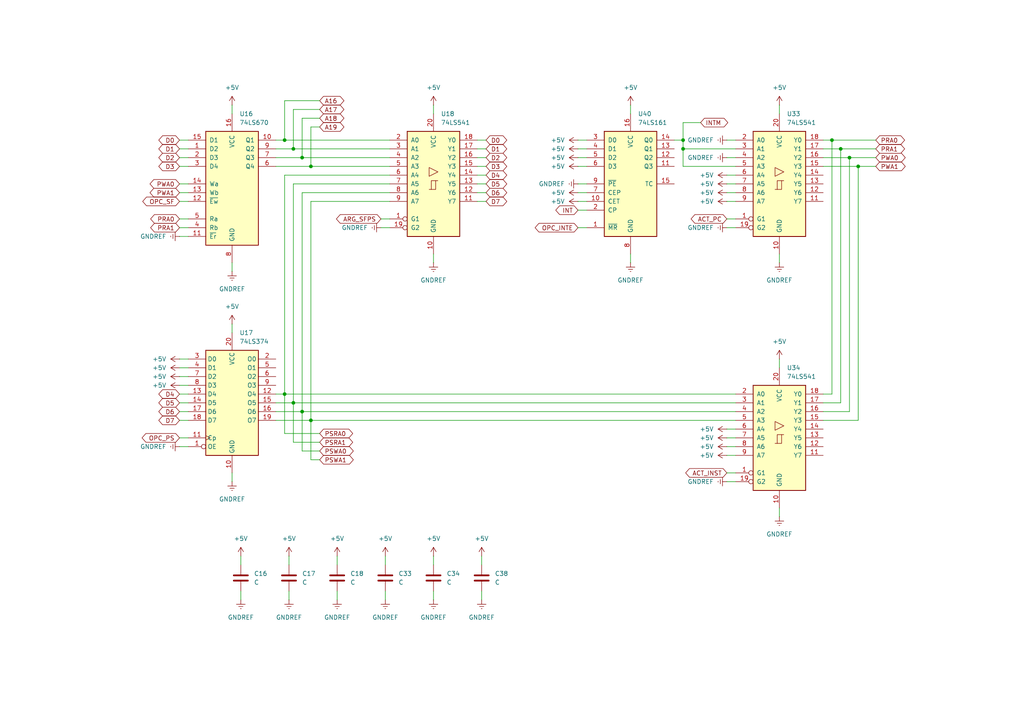
<source format=kicad_sch>
(kicad_sch (version 20250114) (generator "eeschema") (generator_version "9.0")
  (paper "A4")
  (title_block (title "Osnova8 CPU") (date "2026-01-11") (rev "2"))
  (lib_symbols
    (symbol "74xx:74LS161" (pin_names (offset 1.016))
      (property "Reference" "U" (at -7.62 16.51 0))
      (property "Value" "74LS161" (at -7.62 -16.51 0))
      (symbol "74LS161_1_0"
        (pin input line (at -12.7 12.7 0) (length 5.08) (name "D0") (number "3"))
        (pin input line (at -12.7 10.16 0) (length 5.08) (name "D1") (number "4"))
        (pin input line (at -12.7 7.62 0) (length 5.08) (name "D2") (number "5"))
        (pin input line (at -12.7 5.08 0) (length 5.08) (name "D3") (number "6"))
        (pin input line (at -12.7 0 0) (length 5.08) (name "~{PE}") (number "9"))
        (pin input line (at -12.7 -2.54 0) (length 5.08) (name "CEP") (number "7"))
        (pin input line (at -12.7 -5.08 0) (length 5.08) (name "CET") (number "10"))
        (pin input line (at -12.7 -7.62 0) (length 5.08) (name "CP") (number "2"))
        (pin input line (at -12.7 -12.7 0) (length 5.08) (name "~{MR}") (number "1"))
        (pin power_in line (at 0 20.32 270) (length 5.08) (name "VCC") (number "16"))
        (pin power_in line (at 0 -20.32 90) (length 5.08) (name "GND") (number "8"))
        (pin output line (at 12.7 12.7 180) (length 5.08) (name "Q0") (number "14"))
        (pin output line (at 12.7 10.16 180) (length 5.08) (name "Q1") (number "13"))
        (pin output line (at 12.7 7.62 180) (length 5.08) (name "Q2") (number "12"))
        (pin output line (at 12.7 5.08 180) (length 5.08) (name "Q3") (number "11"))
        (pin output line (at 12.7 0 180) (length 5.08) (name "TC") (number "15"))
      )
      (symbol "74LS161_1_1"
        (rectangle (start -7.62 15.24) (end 7.62 -15.24) (stroke (width 0.254)) (fill (type background)))
      )
    )
    (symbol "74xx:74LS374"
      (property "Reference" "U" (at -7.62 16.51 0))
      (property "Value" "74LS374" (at -7.62 -16.51 0))
      (symbol "74LS374_1_0"
        (pin input line (at -12.7 12.7 0) (length 5.08) (name "D0") (number "3"))
        (pin input line (at -12.7 10.16 0) (length 5.08) (name "D1") (number "4"))
        (pin input line (at -12.7 7.62 0) (length 5.08) (name "D2") (number "7"))
        (pin input line (at -12.7 5.08 0) (length 5.08) (name "D3") (number "8"))
        (pin input line (at -12.7 2.54 0) (length 5.08) (name "D4") (number "13"))
        (pin input line (at -12.7 0 0) (length 5.08) (name "D5") (number "14"))
        (pin input line (at -12.7 -2.54 0) (length 5.08) (name "D6") (number "17"))
        (pin input line (at -12.7 -5.08 0) (length 5.08) (name "D7") (number "18"))
        (pin input clock (at -12.7 -10.16 0) (length 5.08) (name "Cp") (number "11"))
        (pin input inverted (at -12.7 -12.7 0) (length 5.08) (name "OE") (number "1"))
        (pin power_in line (at 0 20.32 270) (length 5.08) (name "VCC") (number "20"))
        (pin power_in line (at 0 -20.32 90) (length 5.08) (name "GND") (number "10"))
        (pin tri_state line (at 12.7 12.7 180) (length 5.08) (name "O0") (number "2"))
        (pin tri_state line (at 12.7 10.16 180) (length 5.08) (name "O1") (number "5"))
        (pin tri_state line (at 12.7 7.62 180) (length 5.08) (name "O2") (number "6"))
        (pin tri_state line (at 12.7 5.08 180) (length 5.08) (name "O3") (number "9"))
        (pin tri_state line (at 12.7 2.54 180) (length 5.08) (name "O4") (number "12"))
        (pin tri_state line (at 12.7 0 180) (length 5.08) (name "O5") (number "15"))
        (pin tri_state line (at 12.7 -2.54 180) (length 5.08) (name "O6") (number "16"))
        (pin tri_state line (at 12.7 -5.08 180) (length 5.08) (name "O7") (number "19"))
      )
      (symbol "74LS374_1_1"
        (rectangle (start -7.62 15.24) (end 7.62 -15.24) (stroke (width 0.254)) (fill (type background)))
      )
    )
    (symbol "74xx:74LS541" (pin_names (offset 1.016))
      (property "Reference" "U" (at -7.62 16.51 0))
      (property "Value" "74LS541" (at -7.62 -16.51 0))
      (symbol "74LS541_1_0"
        (polyline (pts (xy -1.27 -1.6002) (xy 0.635 -1.6002) (xy 0.635 0.9398) (xy 1.27 0.9398)))
        (polyline (pts (xy -0.635 -1.6002) (xy -0.635 0.9398) (xy 0.635 0.9398)))
        (polyline (pts (xy 1.27 3.4798) (xy -1.27 4.7498) (xy -1.27 2.2098) (xy 1.27 3.4798)) (stroke (width 0.1524)))
        (pin input line (at -12.7 12.7 0) (length 5.08) (name "A0") (number "2"))
        (pin input line (at -12.7 10.16 0) (length 5.08) (name "A1") (number "3"))
        (pin input line (at -12.7 7.62 0) (length 5.08) (name "A2") (number "4"))
        (pin input line (at -12.7 5.08 0) (length 5.08) (name "A3") (number "5"))
        (pin input line (at -12.7 2.54 0) (length 5.08) (name "A4") (number "6"))
        (pin input line (at -12.7 0 0) (length 5.08) (name "A5") (number "7"))
        (pin input line (at -12.7 -2.54 0) (length 5.08) (name "A6") (number "8"))
        (pin input line (at -12.7 -5.08 0) (length 5.08) (name "A7") (number "9"))
        (pin input inverted (at -12.7 -10.16 0) (length 5.08) (name "G1") (number "1"))
        (pin input inverted (at -12.7 -12.7 0) (length 5.08) (name "G2") (number "19"))
        (pin power_in line (at 0 20.32 270) (length 5.08) (name "VCC") (number "20"))
        (pin power_in line (at 0 -20.32 90) (length 5.08) (name "GND") (number "10"))
        (pin tri_state line (at 12.7 12.7 180) (length 5.08) (name "Y0") (number "18"))
        (pin tri_state line (at 12.7 10.16 180) (length 5.08) (name "Y1") (number "17"))
        (pin tri_state line (at 12.7 7.62 180) (length 5.08) (name "Y2") (number "16"))
        (pin tri_state line (at 12.7 5.08 180) (length 5.08) (name "Y3") (number "15"))
        (pin tri_state line (at 12.7 2.54 180) (length 5.08) (name "Y4") (number "14"))
        (pin tri_state line (at 12.7 0 180) (length 5.08) (name "Y5") (number "13"))
        (pin tri_state line (at 12.7 -2.54 180) (length 5.08) (name "Y6") (number "12"))
        (pin tri_state line (at 12.7 -5.08 180) (length 5.08) (name "Y7") (number "11"))
      )
      (symbol "74LS541_1_1"
        (rectangle (start -7.62 15.24) (end 7.62 -15.24) (stroke (width 0.254)) (fill (type background)))
      )
    )
    (symbol "74xx:74LS670" (pin_names (offset 1.016))
      (property "Reference" "U" (at -7.62 16.51 0))
      (property "Value" "74LS670" (at -7.62 -19.05 0))
      (symbol "74LS670_1_0"
        (pin input line (at -12.7 12.7 0) (length 5.08) (name "D1") (number "15"))
        (pin input line (at -12.7 10.16 0) (length 5.08) (name "D2") (number "1"))
        (pin input line (at -12.7 7.62 0) (length 5.08) (name "D3") (number "2"))
        (pin input line (at -12.7 5.08 0) (length 5.08) (name "D4") (number "3"))
        (pin input line (at -12.7 0 0) (length 5.08) (name "Wa") (number "14"))
        (pin input line (at -12.7 -2.54 0) (length 5.08) (name "Wb") (number "13"))
        (pin input line (at -12.7 -5.08 0) (length 5.08) (name "~{Ew}") (number "12"))
        (pin input line (at -12.7 -10.16 0) (length 5.08) (name "Ra") (number "5"))
        (pin input line (at -12.7 -12.7 0) (length 5.08) (name "Rb") (number "4"))
        (pin input line (at -12.7 -15.24 0) (length 5.08) (name "~{Er}") (number "11"))
        (pin power_in line (at 0 20.32 270) (length 5.08) (name "VCC") (number "16"))
        (pin power_in line (at 0 -22.86 90) (length 5.08) (name "GND") (number "8"))
        (pin tri_state line (at 12.7 12.7 180) (length 5.08) (name "Q1") (number "10"))
        (pin tri_state line (at 12.7 10.16 180) (length 5.08) (name "Q2") (number "9"))
        (pin tri_state line (at 12.7 7.62 180) (length 5.08) (name "Q3") (number "7"))
        (pin tri_state line (at 12.7 5.08 180) (length 5.08) (name "Q4") (number "6"))
      )
      (symbol "74LS670_1_1"
        (rectangle (start -7.62 15.24) (end 7.62 -17.78) (stroke (width 0.254)) (fill (type background)))
      )
    )
    (symbol "Device:C" (pin_numbers (hide yes)) (pin_names (offset 0.254))
      (property "Reference" "C" (at 0.635 2.54 0))
      (property "Value" "C" (at 0.635 -2.54 0))
      (symbol "C_0_1"
        (polyline (pts (xy -2.032 0.762) (xy 2.032 0.762)) (stroke (width 0.508)))
        (polyline (pts (xy -2.032 -0.762) (xy 2.032 -0.762)) (stroke (width 0.508)))
      )
      (symbol "C_1_1"
        (pin passive line (at 0 3.81 270) (length 2.794) (name "~") (number "1"))
        (pin passive line (at 0 -3.81 90) (length 2.794) (name "~") (number "2"))
      )
    )
    (symbol "power:+5V" (power) (pin_numbers (hide yes)) (pin_names (offset 0) (hide yes))
      (property "Value" "+5V" (at 0 3.556 0))
      (symbol "+5V_0_1"
        (polyline (pts (xy -0.762 1.27) (xy 0 2.54)))
        (polyline (pts (xy 0 2.54) (xy 0.762 1.27)))
        (polyline (pts (xy 0 0) (xy 0 2.54)))
      )
      (symbol "+5V_1_1"
        (pin power_in line (at 0 0 90) (length 0) (name "~") (number "1"))
      )
    )
    (symbol "power:GNDREF" (power) (pin_numbers (hide yes)) (pin_names (offset 0) (hide yes))
      (property "Value" "GNDREF" (at 0 -3.81 0))
      (symbol "GNDREF_0_1"
        (polyline (pts (xy -0.635 -1.905) (xy 0.635 -1.905)))
        (polyline (pts (xy -0.127 -2.54) (xy 0.127 -2.54)))
        (polyline (pts (xy 0 -1.27) (xy 0 0)))
        (polyline (pts (xy 1.27 -1.27) (xy -1.27 -1.27)))
      )
      (symbol "GNDREF_1_1"
        (pin power_in line (at 0 0 270) (length 0) (name "~") (number "1"))
      )
    )
  )
  (junction (at 243.84 43.18))
  (junction (at 85.09 116.84))
  (junction (at 82.55 114.3))
  (junction (at 198.12 40.64))
  (junction (at 87.63 45.72))
  (junction (at 198.12 43.18))
  (junction (at 85.09 43.18))
  (junction (at 248.92 48.26))
  (junction (at 82.55 40.64))
  (junction (at 90.17 48.26))
  (junction (at 87.63 119.38))
  (junction (at 90.17 121.92))
  (junction (at 241.3 40.64))
  (junction (at 246.38 45.72))
  (wire (pts (xy 85.09 128.27) (xy 92.71 128.27)))
  (wire (pts (xy 195.58 40.64) (xy 198.12 40.64)))
  (wire (pts (xy 238.76 48.26) (xy 248.92 48.26)))
  (wire (pts (xy 97.79 161.29) (xy 97.79 163.83)))
  (wire (pts (xy 110.49 63.5) (xy 113.03 63.5)))
  (wire (pts (xy 92.71 36.83) (xy 90.17 36.83)))
  (wire (pts (xy 210.82 66.04) (xy 213.36 66.04)))
  (wire (pts (xy 52.07 129.54) (xy 54.61 129.54)))
  (wire (pts (xy 140.97 45.72) (xy 138.43 45.72)))
  (wire (pts (xy 87.63 119.38) (xy 213.36 119.38)))
  (wire (pts (xy 52.07 53.34) (xy 54.61 53.34)))
  (wire (pts (xy 111.76 161.29) (xy 111.76 163.83)))
  (wire (pts (xy 210.82 137.16) (xy 213.36 137.16)))
  (wire (pts (xy 97.79 171.45) (xy 97.79 173.99)))
  (wire (pts (xy 82.55 29.21) (xy 82.55 40.64)))
  (wire (pts (xy 90.17 36.83) (xy 90.17 48.26)))
  (wire (pts (xy 85.09 116.84) (xy 80.01 116.84)))
  (wire (pts (xy 52.07 45.72) (xy 54.61 45.72)))
  (wire (pts (xy 167.64 66.04) (xy 170.18 66.04)))
  (wire (pts (xy 110.49 66.04) (xy 113.03 66.04)))
  (wire (pts (xy 113.03 53.34) (xy 85.09 53.34)))
  (wire (pts (xy 52.07 111.76) (xy 54.61 111.76)))
  (wire (pts (xy 182.88 30.48) (xy 182.88 33.02)))
  (wire (pts (xy 125.73 171.45) (xy 125.73 173.99)))
  (wire (pts (xy 52.07 63.5) (xy 54.61 63.5)))
  (wire (pts (xy 167.64 55.88) (xy 170.18 55.88)))
  (wire (pts (xy 85.09 116.84) (xy 213.36 116.84)))
  (wire (pts (xy 82.55 114.3) (xy 80.01 114.3)))
  (wire (pts (xy 140.97 48.26) (xy 138.43 48.26)))
  (wire (pts (xy 182.88 73.66) (xy 182.88 76.2)))
  (wire (pts (xy 248.92 48.26) (xy 254 48.26)))
  (wire (pts (xy 92.71 34.29) (xy 87.63 34.29)))
  (wire (pts (xy 113.03 58.42) (xy 90.17 58.42)))
  (wire (pts (xy 80.01 45.72) (xy 87.63 45.72)))
  (wire (pts (xy 87.63 119.38) (xy 80.01 119.38)))
  (wire (pts (xy 52.07 40.64) (xy 54.61 40.64)))
  (wire (pts (xy 82.55 125.73) (xy 92.71 125.73)))
  (wire (pts (xy 241.3 114.3) (xy 241.3 40.64)))
  (wire (pts (xy 87.63 34.29) (xy 87.63 45.72)))
  (wire (pts (xy 87.63 55.88) (xy 113.03 55.88)))
  (wire (pts (xy 198.12 43.18) (xy 198.12 48.26)))
  (wire (pts (xy 167.64 48.26) (xy 170.18 48.26)))
  (wire (pts (xy 85.09 128.27) (xy 85.09 116.84)))
  (wire (pts (xy 167.64 60.96) (xy 170.18 60.96)))
  (wire (pts (xy 90.17 133.35) (xy 90.17 121.92)))
  (wire (pts (xy 52.07 127) (xy 54.61 127)))
  (wire (pts (xy 210.82 63.5) (xy 213.36 63.5)))
  (wire (pts (xy 238.76 116.84) (xy 243.84 116.84)))
  (wire (pts (xy 238.76 43.18) (xy 243.84 43.18)))
  (wire (pts (xy 167.64 58.42) (xy 170.18 58.42)))
  (wire (pts (xy 87.63 130.81) (xy 87.63 119.38)))
  (wire (pts (xy 140.97 50.8) (xy 138.43 50.8)))
  (wire (pts (xy 125.73 161.29) (xy 125.73 163.83)))
  (wire (pts (xy 87.63 45.72) (xy 113.03 45.72)))
  (wire (pts (xy 140.97 58.42) (xy 138.43 58.42)))
  (wire (pts (xy 52.07 116.84) (xy 54.61 116.84)))
  (wire (pts (xy 83.82 171.45) (xy 83.82 173.99)))
  (wire (pts (xy 87.63 55.88) (xy 87.63 119.38)))
  (wire (pts (xy 246.38 45.72) (xy 254 45.72)))
  (wire (pts (xy 52.07 109.22) (xy 54.61 109.22)))
  (wire (pts (xy 90.17 48.26) (xy 113.03 48.26)))
  (wire (pts (xy 52.07 55.88) (xy 54.61 55.88)))
  (wire (pts (xy 226.06 104.14) (xy 226.06 106.68)))
  (wire (pts (xy 210.82 124.46) (xy 213.36 124.46)))
  (wire (pts (xy 82.55 125.73) (xy 82.55 114.3)))
  (wire (pts (xy 139.7 171.45) (xy 139.7 173.99)))
  (wire (pts (xy 210.82 50.8) (xy 213.36 50.8)))
  (wire (pts (xy 238.76 114.3) (xy 241.3 114.3)))
  (wire (pts (xy 198.12 48.26) (xy 213.36 48.26)))
  (wire (pts (xy 210.82 132.08) (xy 213.36 132.08)))
  (wire (pts (xy 67.31 30.48) (xy 67.31 33.02)))
  (wire (pts (xy 52.07 58.42) (xy 54.61 58.42)))
  (wire (pts (xy 238.76 119.38) (xy 246.38 119.38)))
  (wire (pts (xy 246.38 119.38) (xy 246.38 45.72)))
  (wire (pts (xy 67.31 93.98) (xy 67.31 96.52)))
  (wire (pts (xy 83.82 161.29) (xy 83.82 163.83)))
  (wire (pts (xy 92.71 31.75) (xy 85.09 31.75)))
  (wire (pts (xy 139.7 161.29) (xy 139.7 163.83)))
  (wire (pts (xy 85.09 53.34) (xy 85.09 116.84)))
  (wire (pts (xy 87.63 130.81) (xy 92.71 130.81)))
  (wire (pts (xy 167.64 45.72) (xy 170.18 45.72)))
  (wire (pts (xy 111.76 171.45) (xy 111.76 173.99)))
  (wire (pts (xy 238.76 45.72) (xy 246.38 45.72)))
  (wire (pts (xy 241.3 40.64) (xy 254 40.64)))
  (wire (pts (xy 210.82 45.72) (xy 213.36 45.72)))
  (wire (pts (xy 210.82 127) (xy 213.36 127)))
  (wire (pts (xy 140.97 55.88) (xy 138.43 55.88)))
  (wire (pts (xy 52.07 66.04) (xy 54.61 66.04)))
  (wire (pts (xy 82.55 40.64) (xy 113.03 40.64)))
  (wire (pts (xy 52.07 106.68) (xy 54.61 106.68)))
  (wire (pts (xy 80.01 48.26) (xy 90.17 48.26)))
  (wire (pts (xy 82.55 114.3) (xy 213.36 114.3)))
  (wire (pts (xy 82.55 50.8) (xy 82.55 114.3)))
  (wire (pts (xy 226.06 73.66) (xy 226.06 76.2)))
  (wire (pts (xy 80.01 43.18) (xy 85.09 43.18)))
  (wire (pts (xy 243.84 116.84) (xy 243.84 43.18)))
  (wire (pts (xy 85.09 43.18) (xy 113.03 43.18)))
  (wire (pts (xy 52.07 121.92) (xy 54.61 121.92)))
  (wire (pts (xy 90.17 133.35) (xy 92.71 133.35)))
  (wire (pts (xy 85.09 31.75) (xy 85.09 43.18)))
  (wire (pts (xy 198.12 35.56) (xy 198.12 40.64)))
  (wire (pts (xy 67.31 137.16) (xy 67.31 139.7)))
  (wire (pts (xy 92.71 29.21) (xy 82.55 29.21)))
  (wire (pts (xy 167.64 53.34) (xy 170.18 53.34)))
  (wire (pts (xy 140.97 43.18) (xy 138.43 43.18)))
  (wire (pts (xy 140.97 53.34) (xy 138.43 53.34)))
  (wire (pts (xy 226.06 30.48) (xy 226.06 33.02)))
  (wire (pts (xy 198.12 40.64) (xy 198.12 43.18)))
  (wire (pts (xy 226.06 147.32) (xy 226.06 149.86)))
  (wire (pts (xy 125.73 73.66) (xy 125.73 76.2)))
  (wire (pts (xy 52.07 43.18) (xy 54.61 43.18)))
  (wire (pts (xy 69.85 161.29) (xy 69.85 163.83)))
  (wire (pts (xy 210.82 58.42) (xy 213.36 58.42)))
  (wire (pts (xy 125.73 30.48) (xy 125.73 33.02)))
  (wire (pts (xy 82.55 50.8) (xy 113.03 50.8)))
  (wire (pts (xy 238.76 121.92) (xy 248.92 121.92)))
  (wire (pts (xy 52.07 114.3) (xy 54.61 114.3)))
  (wire (pts (xy 210.82 40.64) (xy 213.36 40.64)))
  (wire (pts (xy 203.2 35.56) (xy 198.12 35.56)))
  (wire (pts (xy 90.17 58.42) (xy 90.17 121.92)))
  (wire (pts (xy 69.85 171.45) (xy 69.85 173.99)))
  (wire (pts (xy 52.07 104.14) (xy 54.61 104.14)))
  (wire (pts (xy 243.84 43.18) (xy 254 43.18)))
  (wire (pts (xy 198.12 43.18) (xy 213.36 43.18)))
  (wire (pts (xy 52.07 48.26) (xy 54.61 48.26)))
  (wire (pts (xy 90.17 121.92) (xy 213.36 121.92)))
  (wire (pts (xy 140.97 40.64) (xy 138.43 40.64)))
  (wire (pts (xy 248.92 121.92) (xy 248.92 48.26)))
  (wire (pts (xy 210.82 129.54) (xy 213.36 129.54)))
  (wire (pts (xy 238.76 40.64) (xy 241.3 40.64)))
  (wire (pts (xy 52.07 68.58) (xy 54.61 68.58)))
  (wire (pts (xy 67.31 76.2) (xy 67.31 78.74)))
  (wire (pts (xy 80.01 121.92) (xy 90.17 121.92)))
  (wire (pts (xy 210.82 55.88) (xy 213.36 55.88)))
  (wire (pts (xy 210.82 53.34) (xy 213.36 53.34)))
  (wire (pts (xy 167.64 40.64) (xy 170.18 40.64)))
  (wire (pts (xy 210.82 139.7) (xy 213.36 139.7)))
  (wire (pts (xy 167.64 43.18) (xy 170.18 43.18)))
  (wire (pts (xy 52.07 119.38) (xy 54.61 119.38)))
  (wire (pts (xy 80.01 40.64) (xy 82.55 40.64)))
  (global_label "OPC_SF" (shape bidirectional) (at 52.07 58.42 180) (property "Intersheetrefs" "${INTERSHEET_REFS}" (effects (hide yes))))
  (global_label "ARG_SFPS" (shape bidirectional) (at 110.49 63.5 180) (property "Intersheetrefs" "${INTERSHEET_REFS}" (effects (hide yes))))
  (global_label "PWA1" (shape bidirectional) (at 254 48.26 0) (property "Intersheetrefs" "${INTERSHEET_REFS}" (effects (hide yes))))
  (global_label "OPC_PS" (shape bidirectional) (at 52.07 127 180) (property "Intersheetrefs" "${INTERSHEET_REFS}" (effects (hide yes))))
  (global_label "PWA0" (shape bidirectional) (at 52.07 53.34 180) (property "Intersheetrefs" "${INTERSHEET_REFS}" (effects (hide yes))))
  (global_label "PSRA0" (shape bidirectional) (at 92.71 125.73 0) (property "Intersheetrefs" "${INTERSHEET_REFS}" (effects (hide yes))))
  (global_label "D1" (shape bidirectional) (at 140.97 43.18 0) (property "Intersheetrefs" "${INTERSHEET_REFS}" (effects (hide yes))))
  (global_label "PSWA1" (shape bidirectional) (at 92.71 133.35 0) (property "Intersheetrefs" "${INTERSHEET_REFS}" (effects (hide yes))))
  (global_label "ACT_INST" (shape bidirectional) (at 210.82 137.16 180) (property "Intersheetrefs" "${INTERSHEET_REFS}" (effects (hide yes))))
  (global_label "D4" (shape bidirectional) (at 52.07 114.3 180) (property "Intersheetrefs" "${INTERSHEET_REFS}" (effects (hide yes))))
  (global_label "D3" (shape bidirectional) (at 52.07 48.26 180) (property "Intersheetrefs" "${INTERSHEET_REFS}" (effects (hide yes))))
  (global_label "A18" (shape bidirectional) (at 92.71 34.29 0) (property "Intersheetrefs" "${INTERSHEET_REFS}" (effects (hide yes))))
  (global_label "D5" (shape bidirectional) (at 140.97 53.34 0) (property "Intersheetrefs" "${INTERSHEET_REFS}" (effects (hide yes))))
  (global_label "ACT_PC" (shape bidirectional) (at 210.82 63.5 180) (property "Intersheetrefs" "${INTERSHEET_REFS}" (effects (hide yes))))
  (global_label "INT" (shape bidirectional) (at 167.64 60.96 180) (property "Intersheetrefs" "${INTERSHEET_REFS}" (effects (hide yes))))
  (global_label "D7" (shape bidirectional) (at 52.07 121.92 180) (property "Intersheetrefs" "${INTERSHEET_REFS}" (effects (hide yes))))
  (global_label "D2" (shape bidirectional) (at 52.07 45.72 180) (property "Intersheetrefs" "${INTERSHEET_REFS}" (effects (hide yes))))
  (global_label "PRA0" (shape bidirectional) (at 52.07 63.5 180) (property "Intersheetrefs" "${INTERSHEET_REFS}" (effects (hide yes))))
  (global_label "D3" (shape bidirectional) (at 140.97 48.26 0) (property "Intersheetrefs" "${INTERSHEET_REFS}" (effects (hide yes))))
  (global_label "PWA1" (shape bidirectional) (at 52.07 55.88 180) (property "Intersheetrefs" "${INTERSHEET_REFS}" (effects (hide yes))))
  (global_label "D4" (shape bidirectional) (at 140.97 50.8 0) (property "Intersheetrefs" "${INTERSHEET_REFS}" (effects (hide yes))))
  (global_label "D7" (shape bidirectional) (at 140.97 58.42 0) (property "Intersheetrefs" "${INTERSHEET_REFS}" (effects (hide yes))))
  (global_label "PRA0" (shape bidirectional) (at 254 40.64 0) (property "Intersheetrefs" "${INTERSHEET_REFS}" (effects (hide yes))))
  (global_label "D2" (shape bidirectional) (at 140.97 45.72 0) (property "Intersheetrefs" "${INTERSHEET_REFS}" (effects (hide yes))))
  (global_label "PRA1" (shape bidirectional) (at 52.07 66.04 180) (property "Intersheetrefs" "${INTERSHEET_REFS}" (effects (hide yes))))
  (global_label "PWA0" (shape bidirectional) (at 254 45.72 0) (property "Intersheetrefs" "${INTERSHEET_REFS}" (effects (hide yes))))
  (global_label "D0" (shape bidirectional) (at 140.97 40.64 0) (property "Intersheetrefs" "${INTERSHEET_REFS}" (effects (hide yes))))
  (global_label "INTM" (shape bidirectional) (at 203.2 35.56 0) (property "Intersheetrefs" "${INTERSHEET_REFS}" (effects (hide yes))))
  (global_label "D0" (shape bidirectional) (at 52.07 40.64 180) (property "Intersheetrefs" "${INTERSHEET_REFS}" (effects (hide yes))))
  (global_label "D1" (shape bidirectional) (at 52.07 43.18 180) (property "Intersheetrefs" "${INTERSHEET_REFS}" (effects (hide yes))))
  (global_label "PRA1" (shape bidirectional) (at 254 43.18 0) (property "Intersheetrefs" "${INTERSHEET_REFS}" (effects (hide yes))))
  (global_label "D5" (shape bidirectional) (at 52.07 116.84 180) (property "Intersheetrefs" "${INTERSHEET_REFS}" (effects (hide yes))))
  (global_label "A17" (shape bidirectional) (at 92.71 31.75 0) (property "Intersheetrefs" "${INTERSHEET_REFS}" (effects (hide yes))))
  (global_label "A19" (shape bidirectional) (at 92.71 36.83 0) (property "Intersheetrefs" "${INTERSHEET_REFS}" (effects (hide yes))))
  (global_label "PSRA1" (shape bidirectional) (at 92.71 128.27 0) (property "Intersheetrefs" "${INTERSHEET_REFS}" (effects (hide yes))))
  (global_label "PSWA0" (shape bidirectional) (at 92.71 130.81 0) (property "Intersheetrefs" "${INTERSHEET_REFS}" (effects (hide yes))))
  (global_label "D6" (shape bidirectional) (at 140.97 55.88 0) (property "Intersheetrefs" "${INTERSHEET_REFS}" (effects (hide yes))))
  (global_label "OPC_INTE" (shape bidirectional) (at 167.64 66.04 180) (property "Intersheetrefs" "${INTERSHEET_REFS}" (effects (hide yes))))
  (global_label "A16" (shape bidirectional) (at 92.71 29.21 0) (property "Intersheetrefs" "${INTERSHEET_REFS}" (effects (hide yes))))
  (global_label "D6" (shape bidirectional) (at 52.07 119.38 180) (property "Intersheetrefs" "${INTERSHEET_REFS}" (effects (hide yes))))
  (symbol (lib_id "power:GNDREF") (at 167.64 53.34 270) (unit 1)
    (property "Reference" "#PWR0221" (effects (hide yes)))
    (property "Value" "GNDREF" (at 163.83 53.3399 90) (effects (justify right)))
    (property "Description" "Power symbol creates a global label with name \"GNDREF\" , reference supply ground" (effects (hide yes)))
  )
  (symbol (lib_id "74xx:74LS374") (at 67.31 116.84 0) (unit 1)
    (property "Reference" "U17" (at 69.4533 96.52 0) (effects (justify left)))
    (property "Value" "74LS374" (at 69.4533 99.06 0) (effects (justify left)))
    (property "Datasheet" "http://www.ti.com/lit/gpn/sn74LS374" (effects (hide yes)))
    (property "Description" "8-bit Register, 3-state outputs" (effects (hide yes)))
  )
  (symbol (lib_id "power:+5V") (at 167.64 58.42 90) (unit 1)
    (property "Reference" "#PWR0219" (effects (hide yes)))
    (property "Value" "+5V" (at 163.83 58.4199 90) (effects (justify left)))
    (property "Description" "Power symbol creates a global label with name \"+5V\"" (effects (hide yes)))
  )
  (symbol (lib_id "Device:C") (at 97.79 167.64 0) (unit 1)
    (property "Reference" "C18" (at 101.6 166.3699 0) (effects (justify left)))
    (property "Value" "C" (at 101.6 168.9099 0) (effects (justify left)))
    (property "Description" "Unpolarized capacitor" (effects (hide yes)))
  )
  (symbol (lib_id "Device:C") (at 69.85 167.64 0) (unit 1)
    (property "Reference" "C16" (at 73.66 166.3699 0) (effects (justify left)))
    (property "Value" "C" (at 73.66 168.9099 0) (effects (justify left)))
    (property "Description" "Unpolarized capacitor" (effects (hide yes)))
  )
  (symbol (lib_id "power:+5V") (at 52.07 111.76 90) (unit 1)
    (property "Reference" "#PWR081" (effects (hide yes)))
    (property "Value" "+5V" (at 48.26 111.7599 90) (effects (justify left)))
    (property "Description" "Power symbol creates a global label with name \"+5V\"" (effects (hide yes)))
  )
  (symbol (lib_id "power:+5V") (at 97.79 161.29 0) (unit 1)
    (property "Reference" "#PWR095" (effects (hide yes)))
    (property "Value" "+5V" (at 97.79 156.21 0))
    (property "Description" "Power symbol creates a global label with name \"+5V\"" (effects (hide yes)))
  )
  (symbol (lib_id "power:+5V") (at 167.64 45.72 90) (unit 1)
    (property "Reference" "#PWR0223" (effects (hide yes)))
    (property "Value" "+5V" (at 163.83 45.7199 90) (effects (justify left)))
    (property "Description" "Power symbol creates a global label with name \"+5V\"" (effects (hide yes)))
  )
  (symbol (lib_id "power:+5V") (at 139.7 161.29 0) (unit 1)
    (property "Reference" "#PWR0226" (effects (hide yes)))
    (property "Value" "+5V" (at 139.7 156.21 0))
    (property "Description" "Power symbol creates a global label with name \"+5V\"" (effects (hide yes)))
  )
  (symbol (lib_id "power:+5V") (at 210.82 129.54 90) (unit 1)
    (property "Reference" "#PWR0181" (effects (hide yes)))
    (property "Value" "+5V" (at 207.01 129.5399 90) (effects (justify left)))
    (property "Description" "Power symbol creates a global label with name \"+5V\"" (effects (hide yes)))
  )
  (symbol (lib_id "power:GNDREF") (at 125.73 173.99 0) (unit 1)
    (property "Reference" "#PWR0192" (effects (hide yes)))
    (property "Value" "GNDREF" (at 125.73 179.07 0))
    (property "Description" "Power symbol creates a global label with name \"GNDREF\" , reference supply ground" (effects (hide yes)))
  )
  (symbol (lib_id "74xx:74LS541") (at 125.73 53.34 0) (unit 1)
    (property "Reference" "U18" (at 127.8733 33.02 0) (effects (justify left)))
    (property "Value" "74LS541" (at 127.8733 35.56 0) (effects (justify left)))
    (property "Datasheet" "http://www.ti.com/lit/gpn/sn74LS541" (effects (hide yes)))
    (property "Description" "8-bit Buffer/Line Driver 3-state outputs" (effects (hide yes)))
  )
  (symbol (lib_id "74xx:74LS161") (at 182.88 53.34 0) (unit 1)
    (property "Reference" "U40" (at 185.0233 33.02 0) (effects (justify left)))
    (property "Value" "74LS161" (at 185.0233 35.56 0) (effects (justify left)))
    (property "Datasheet" "http://www.ti.com/lit/gpn/sn74LS161" (effects (hide yes)))
    (property "Description" "Synchronous 4-bit programmable binary Counter" (effects (hide yes)))
  )
  (symbol (lib_id "Device:C") (at 139.7 167.64 0) (unit 1)
    (property "Reference" "C38" (at 143.51 166.3699 0) (effects (justify left)))
    (property "Value" "C" (at 143.51 168.9099 0) (effects (justify left)))
    (property "Description" "Unpolarized capacitor" (effects (hide yes)))
  )
  (symbol (lib_id "power:GNDREF") (at 210.82 45.72 270) (unit 1)
    (property "Reference" "#PWR0187" (effects (hide yes)))
    (property "Value" "GNDREF" (at 207.01 45.7199 90) (effects (justify right)))
    (property "Description" "Power symbol creates a global label with name \"GNDREF\" , reference supply ground" (effects (hide yes)))
  )
  (symbol (lib_id "Device:C") (at 125.73 167.64 0) (unit 1)
    (property "Reference" "C34" (at 129.54 166.3699 0) (effects (justify left)))
    (property "Value" "C" (at 129.54 168.9099 0) (effects (justify left)))
    (property "Description" "Unpolarized capacitor" (effects (hide yes)))
  )
  (symbol (lib_id "power:GNDREF") (at 67.31 78.74 0) (unit 1)
    (property "Reference" "#PWR086" (effects (hide yes)))
    (property "Value" "GNDREF" (at 67.31 83.82 0))
    (property "Description" "Power symbol creates a global label with name \"GNDREF\" , reference supply ground" (effects (hide yes)))
  )
  (symbol (lib_id "power:+5V") (at 210.82 50.8 90) (unit 1)
    (property "Reference" "#PWR0183" (effects (hide yes)))
    (property "Value" "+5V" (at 207.01 50.7999 90) (effects (justify left)))
    (property "Description" "Power symbol creates a global label with name \"+5V\"" (effects (hide yes)))
  )
  (symbol (lib_id "power:GNDREF") (at 210.82 40.64 270) (unit 1)
    (property "Reference" "#PWR0188" (effects (hide yes)))
    (property "Value" "GNDREF" (at 207.01 40.6399 90) (effects (justify right)))
    (property "Description" "Power symbol creates a global label with name \"GNDREF\" , reference supply ground" (effects (hide yes)))
  )
  (symbol (lib_id "power:GNDREF") (at 182.88 76.2 0) (unit 1)
    (property "Reference" "#PWR0218" (effects (hide yes)))
    (property "Value" "GNDREF" (at 182.88 81.28 0))
    (property "Description" "Power symbol creates a global label with name \"GNDREF\" , reference supply ground" (effects (hide yes)))
  )
  (symbol (lib_id "power:+5V") (at 167.64 43.18 90) (unit 1)
    (property "Reference" "#PWR0224" (effects (hide yes)))
    (property "Value" "+5V" (at 163.83 43.1799 90) (effects (justify left)))
    (property "Description" "Power symbol creates a global label with name \"+5V\"" (effects (hide yes)))
  )
  (symbol (lib_id "power:+5V") (at 167.64 40.64 90) (unit 1)
    (property "Reference" "#PWR0225" (effects (hide yes)))
    (property "Value" "+5V" (at 163.83 40.6399 90) (effects (justify left)))
    (property "Description" "Power symbol creates a global label with name \"+5V\"" (effects (hide yes)))
  )
  (symbol (lib_id "power:GNDREF") (at 52.07 68.58 270) (unit 1)
    (property "Reference" "#PWR089" (effects (hide yes)))
    (property "Value" "GNDREF" (at 48.26 68.5799 90) (effects (justify right)))
    (property "Description" "Power symbol creates a global label with name \"GNDREF\" , reference supply ground" (effects (hide yes)))
  )
  (symbol (lib_id "power:GNDREF") (at 69.85 173.99 0) (unit 1)
    (property "Reference" "#PWR092" (effects (hide yes)))
    (property "Value" "GNDREF" (at 69.85 179.07 0))
    (property "Description" "Power symbol creates a global label with name \"GNDREF\" , reference supply ground" (effects (hide yes)))
  )
  (symbol (lib_id "power:+5V") (at 83.82 161.29 0) (unit 1)
    (property "Reference" "#PWR093" (effects (hide yes)))
    (property "Value" "+5V" (at 83.82 156.21 0))
    (property "Description" "Power symbol creates a global label with name \"+5V\"" (effects (hide yes)))
  )
  (symbol (lib_id "power:GNDREF") (at 226.06 76.2 0) (unit 1)
    (property "Reference" "#PWR0176" (effects (hide yes)))
    (property "Value" "GNDREF" (at 226.06 81.28 0))
    (property "Description" "Power symbol creates a global label with name \"GNDREF\" , reference supply ground" (effects (hide yes)))
  )
  (symbol (lib_id "power:+5V") (at 167.64 48.26 90) (unit 1)
    (property "Reference" "#PWR0222" (effects (hide yes)))
    (property "Value" "+5V" (at 163.83 48.2599 90) (effects (justify left)))
    (property "Description" "Power symbol creates a global label with name \"+5V\"" (effects (hide yes)))
  )
  (symbol (lib_id "power:+5V") (at 226.06 30.48 0) (unit 1)
    (property "Reference" "#PWR0175" (effects (hide yes)))
    (property "Value" "+5V" (at 226.06 25.4 0))
    (property "Description" "Power symbol creates a global label with name \"+5V\"" (effects (hide yes)))
  )
  (symbol (lib_id "power:+5V") (at 52.07 109.22 90) (unit 1)
    (property "Reference" "#PWR080" (effects (hide yes)))
    (property "Value" "+5V" (at 48.26 109.2199 90) (effects (justify left)))
    (property "Description" "Power symbol creates a global label with name \"+5V\"" (effects (hide yes)))
  )
  (symbol (lib_id "power:+5V") (at 67.31 93.98 0) (unit 1)
    (property "Reference" "#PWR082" (effects (hide yes)))
    (property "Value" "+5V" (at 67.31 88.9 0))
    (property "Description" "Power symbol creates a global label with name \"+5V\"" (effects (hide yes)))
  )
  (symbol (lib_id "power:GNDREF") (at 97.79 173.99 0) (unit 1)
    (property "Reference" "#PWR096" (effects (hide yes)))
    (property "Value" "GNDREF" (at 97.79 179.07 0))
    (property "Description" "Power symbol creates a global label with name \"GNDREF\" , reference supply ground" (effects (hide yes)))
  )
  (symbol (lib_id "power:+5V") (at 210.82 132.08 90) (unit 1)
    (property "Reference" "#PWR0182" (effects (hide yes)))
    (property "Value" "+5V" (at 207.01 132.0799 90) (effects (justify left)))
    (property "Description" "Power symbol creates a global label with name \"+5V\"" (effects (hide yes)))
  )
  (symbol (lib_id "power:+5V") (at 111.76 161.29 0) (unit 1)
    (property "Reference" "#PWR0189" (effects (hide yes)))
    (property "Value" "+5V" (at 111.76 156.21 0))
    (property "Description" "Power symbol creates a global label with name \"+5V\"" (effects (hide yes)))
  )
  (symbol (lib_id "power:+5V") (at 167.64 55.88 90) (unit 1)
    (property "Reference" "#PWR0220" (effects (hide yes)))
    (property "Value" "+5V" (at 163.83 55.8799 90) (effects (justify left)))
    (property "Description" "Power symbol creates a global label with name \"+5V\"" (effects (hide yes)))
  )
  (symbol (lib_id "power:+5V") (at 52.07 106.68 90) (unit 1)
    (property "Reference" "#PWR079" (effects (hide yes)))
    (property "Value" "+5V" (at 48.26 106.6799 90) (effects (justify left)))
    (property "Description" "Power symbol creates a global label with name \"+5V\"" (effects (hide yes)))
  )
  (symbol (lib_id "power:GNDREF") (at 139.7 173.99 0) (unit 1)
    (property "Reference" "#PWR0227" (effects (hide yes)))
    (property "Value" "GNDREF" (at 139.7 179.07 0))
    (property "Description" "Power symbol creates a global label with name \"GNDREF\" , reference supply ground" (effects (hide yes)))
  )
  (symbol (lib_id "power:GNDREF") (at 125.73 76.2 0) (unit 1)
    (property "Reference" "#PWR087" (effects (hide yes)))
    (property "Value" "GNDREF" (at 125.73 81.28 0))
    (property "Description" "Power symbol creates a global label with name \"GNDREF\" , reference supply ground" (effects (hide yes)))
  )
  (symbol (lib_id "power:+5V") (at 210.82 58.42 90) (unit 1)
    (property "Reference" "#PWR0186" (effects (hide yes)))
    (property "Value" "+5V" (at 207.01 58.4199 90) (effects (justify left)))
    (property "Description" "Power symbol creates a global label with name \"+5V\"" (effects (hide yes)))
  )
  (symbol (lib_id "power:+5V") (at 125.73 161.29 0) (unit 1)
    (property "Reference" "#PWR0191" (effects (hide yes)))
    (property "Value" "+5V" (at 125.73 156.21 0))
    (property "Description" "Power symbol creates a global label with name \"+5V\"" (effects (hide yes)))
  )
  (symbol (lib_id "power:GNDREF") (at 83.82 173.99 0) (unit 1)
    (property "Reference" "#PWR094" (effects (hide yes)))
    (property "Value" "GNDREF" (at 83.82 179.07 0))
    (property "Description" "Power symbol creates a global label with name \"GNDREF\" , reference supply ground" (effects (hide yes)))
  )
  (symbol (lib_id "Device:C") (at 83.82 167.64 0) (unit 1)
    (property "Reference" "C17" (at 87.63 166.3699 0) (effects (justify left)))
    (property "Value" "C" (at 87.63 168.9099 0) (effects (justify left)))
    (property "Description" "Unpolarized capacitor" (effects (hide yes)))
  )
  (symbol (lib_id "power:+5V") (at 69.85 161.29 0) (unit 1)
    (property "Reference" "#PWR091" (effects (hide yes)))
    (property "Value" "+5V" (at 69.85 156.21 0))
    (property "Description" "Power symbol creates a global label with name \"+5V\"" (effects (hide yes)))
  )
  (symbol (lib_id "power:GNDREF") (at 226.06 149.86 0) (unit 1)
    (property "Reference" "#PWR0178" (effects (hide yes)))
    (property "Value" "GNDREF" (at 226.06 154.94 0))
    (property "Description" "Power symbol creates a global label with name \"GNDREF\" , reference supply ground" (effects (hide yes)))
  )
  (symbol (lib_id "power:+5V") (at 210.82 55.88 90) (unit 1)
    (property "Reference" "#PWR0185" (effects (hide yes)))
    (property "Value" "+5V" (at 207.01 55.8799 90) (effects (justify left)))
    (property "Description" "Power symbol creates a global label with name \"+5V\"" (effects (hide yes)))
  )
  (symbol (lib_id "power:+5V") (at 210.82 127 90) (unit 1)
    (property "Reference" "#PWR0180" (effects (hide yes)))
    (property "Value" "+5V" (at 207.01 126.9999 90) (effects (justify left)))
    (property "Description" "Power symbol creates a global label with name \"+5V\"" (effects (hide yes)))
  )
  (symbol (lib_id "power:GNDREF") (at 67.31 139.7 0) (unit 1)
    (property "Reference" "#PWR083" (effects (hide yes)))
    (property "Value" "GNDREF" (at 67.31 144.78 0))
    (property "Description" "Power symbol creates a global label with name \"GNDREF\" , reference supply ground" (effects (hide yes)))
  )
  (symbol (lib_id "power:+5V") (at 67.31 30.48 0) (unit 1)
    (property "Reference" "#PWR084" (effects (hide yes)))
    (property "Value" "+5V" (at 67.31 25.4 0))
    (property "Description" "Power symbol creates a global label with name \"+5V\"" (effects (hide yes)))
  )
  (symbol (lib_id "power:+5V") (at 210.82 53.34 90) (unit 1)
    (property "Reference" "#PWR0184" (effects (hide yes)))
    (property "Value" "+5V" (at 207.01 53.3399 90) (effects (justify left)))
    (property "Description" "Power symbol creates a global label with name \"+5V\"" (effects (hide yes)))
  )
  (symbol (lib_id "74xx:74LS670") (at 67.31 53.34 0) (unit 1)
    (property "Reference" "U16" (at 69.4533 33.02 0) (effects (justify left)))
    (property "Value" "74LS670" (at 69.4533 35.56 0) (effects (justify left)))
    (property "Datasheet" "http://www.ti.com/lit/gpn/sn74LS670" (effects (hide yes)))
    (property "Description" "4 x 4 Register Files 3-State Outputs" (effects (hide yes)))
  )
  (symbol (lib_id "power:+5V") (at 52.07 104.14 90) (unit 1)
    (property "Reference" "#PWR078" (effects (hide yes)))
    (property "Value" "+5V" (at 48.26 104.1399 90) (effects (justify left)))
    (property "Description" "Power symbol creates a global label with name \"+5V\"" (effects (hide yes)))
  )
  (symbol (lib_id "power:GNDREF") (at 110.49 66.04 270) (unit 1)
    (property "Reference" "#PWR088" (effects (hide yes)))
    (property "Value" "GNDREF" (at 106.68 66.0399 90) (effects (justify right)))
    (property "Description" "Power symbol creates a global label with name \"GNDREF\" , reference supply ground" (effects (hide yes)))
  )
  (symbol (lib_id "power:+5V") (at 125.73 30.48 0) (unit 1)
    (property "Reference" "#PWR085" (effects (hide yes)))
    (property "Value" "+5V" (at 125.73 25.4 0))
    (property "Description" "Power symbol creates a global label with name \"+5V\"" (effects (hide yes)))
  )
  (symbol (lib_id "power:GNDREF") (at 111.76 173.99 0) (unit 1)
    (property "Reference" "#PWR0190" (effects (hide yes)))
    (property "Value" "GNDREF" (at 111.76 179.07 0))
    (property "Description" "Power symbol creates a global label with name \"GNDREF\" , reference supply ground" (effects (hide yes)))
  )
  (symbol (lib_id "power:GNDREF") (at 52.07 129.54 270) (unit 1)
    (property "Reference" "#PWR090" (effects (hide yes)))
    (property "Value" "GNDREF" (at 48.26 129.5399 90) (effects (justify right)))
    (property "Description" "Power symbol creates a global label with name \"GNDREF\" , reference supply ground" (effects (hide yes)))
  )
  (symbol (lib_id "power:+5V") (at 226.06 104.14 0) (unit 1)
    (property "Reference" "#PWR0177" (effects (hide yes)))
    (property "Value" "+5V" (at 226.06 99.06 0))
    (property "Description" "Power symbol creates a global label with name \"+5V\"" (effects (hide yes)))
  )
  (symbol (lib_id "74xx:74LS541") (at 226.06 127 0) (unit 1)
    (property "Reference" "U34" (at 228.2033 106.68 0) (effects (justify left)))
    (property "Value" "74LS541" (at 228.2033 109.22 0) (effects (justify left)))
    (property "Datasheet" "http://www.ti.com/lit/gpn/sn74LS541" (effects (hide yes)))
    (property "Description" "8-bit Buffer/Line Driver 3-state outputs" (effects (hide yes)))
  )
  (symbol (lib_id "Device:C") (at 111.76 167.64 0) (unit 1)
    (property "Reference" "C33" (at 115.57 166.3699 0) (effects (justify left)))
    (property "Value" "C" (at 115.57 168.9099 0) (effects (justify left)))
    (property "Description" "Unpolarized capacitor" (effects (hide yes)))
  )
  (symbol (lib_id "power:+5V") (at 210.82 124.46 90) (unit 1)
    (property "Reference" "#PWR0179" (effects (hide yes)))
    (property "Value" "+5V" (at 207.01 124.4599 90) (effects (justify left)))
    (property "Description" "Power symbol creates a global label with name \"+5V\"" (effects (hide yes)))
  )
  (symbol (lib_id "74xx:74LS541") (at 226.06 53.34 0) (unit 1)
    (property "Reference" "U33" (at 228.2033 33.02 0) (effects (justify left)))
    (property "Value" "74LS541" (at 228.2033 35.56 0) (effects (justify left)))
    (property "Datasheet" "http://www.ti.com/lit/gpn/sn74LS541" (effects (hide yes)))
    (property "Description" "8-bit Buffer/Line Driver 3-state outputs" (effects (hide yes)))
  )
  (symbol (lib_id "power:GNDREF") (at 210.82 66.04 270) (unit 1)
    (property "Reference" "#PWR0193" (effects (hide yes)))
    (property "Value" "GNDREF" (at 207.01 66.0399 90) (effects (justify right)))
    (property "Description" "Power symbol creates a global label with name \"GNDREF\" , reference supply ground" (effects (hide yes)))
  )
  (symbol (lib_id "power:+5V") (at 182.88 30.48 0) (unit 1)
    (property "Reference" "#PWR0217" (effects (hide yes)))
    (property "Value" "+5V" (at 182.88 25.4 0))
    (property "Description" "Power symbol creates a global label with name \"+5V\"" (effects (hide yes)))
  )
  (symbol (lib_id "power:GNDREF") (at 210.82 139.7 270) (unit 1)
    (property "Reference" "#PWR0194" (effects (hide yes)))
    (property "Value" "GNDREF" (at 207.01 139.6999 90) (effects (justify right)))
    (property "Description" "Power symbol creates a global label with name \"GNDREF\" , reference supply ground" (effects (hide yes)))
  )
)
</source>
